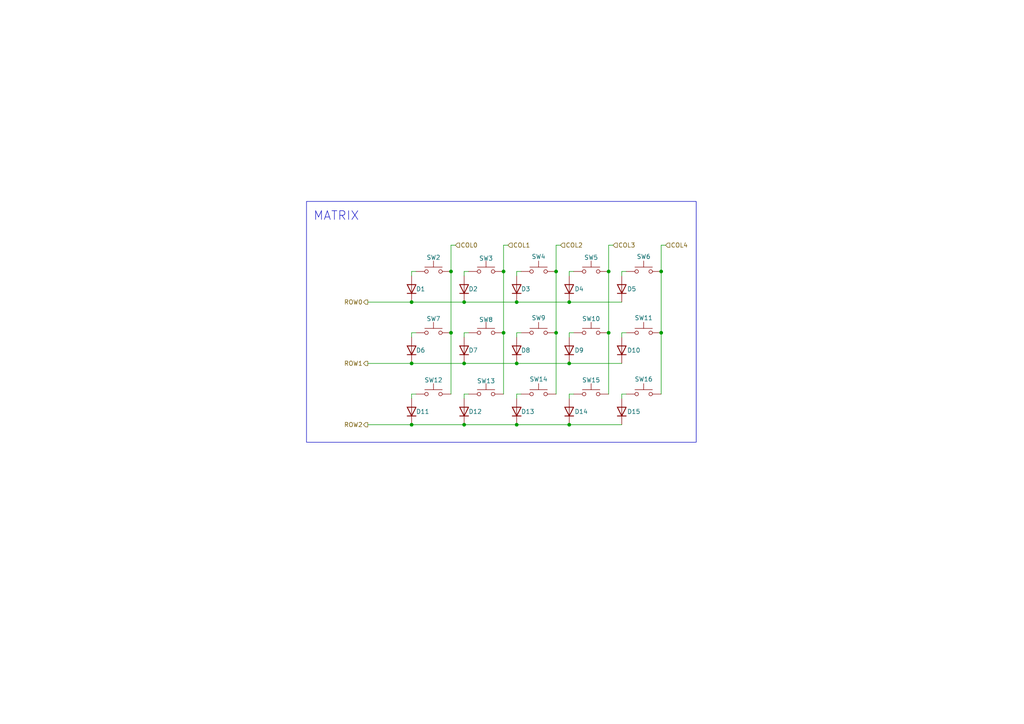
<source format=kicad_sch>
(kicad_sch (version 20231120) (generator "eeschema") (generator_version "8.0")
  (paper "A4")
  (lib_symbols
    (symbol "Device:D" (pin_numbers hide) (pin_names (offset 1.016) hide)
      (property "Reference" "D" (at 0 2.54 0))
      (property "Value" "D" (at 0 -2.54 0))
      (symbol "D_0_1"
        (polyline (pts (xy -1.27 1.27) (xy -1.27 -1.27)) (stroke (width 0.254)))
        (polyline (pts (xy 1.27 0) (xy -1.27 0)))
        (polyline (pts (xy 1.27 1.27) (xy 1.27 -1.27) (xy -1.27 0) (xy 1.27 1.27)) (stroke (width 0.254)))
      )
      (symbol "D_1_1"
        (pin passive line (at -3.81 0 0) (length 2.54) (name "K") (number "1"))
        (pin passive line (at 3.81 0 180) (length 2.54) (name "A") (number "2"))
      )
    )
    (symbol "Switch:SW_Push" (pin_numbers hide) (pin_names (offset 1.016) hide)
      (property "Reference" "SW" (at 1.27 2.54 0))
      (property "Value" "SW_Push" (at 0 -1.524 0))
      (symbol "SW_Push_0_1"
        (circle (center -2.032 0) (radius 0.508))
        (polyline (pts (xy 0 1.27) (xy 0 3.048)))
        (polyline (pts (xy 2.54 1.27) (xy -2.54 1.27)))
        (circle (center 2.032 0) (radius 0.508))
        (pin passive line (at -5.08 0 0) (length 2.54) (name "1") (number "1"))
        (pin passive line (at 5.08 0 180) (length 2.54) (name "2") (number "2"))
      )
    )
  )
  (junction (at 161.29 78.74))
  (junction (at 146.05 96.52))
  (junction (at 119.38 123.19))
  (junction (at 130.81 78.74))
  (junction (at 165.1 105.41))
  (junction (at 165.1 123.19))
  (junction (at 161.29 96.52))
  (junction (at 191.77 96.52))
  (junction (at 130.81 96.52))
  (junction (at 149.86 105.41))
  (junction (at 134.62 123.19))
  (junction (at 134.62 87.63))
  (junction (at 146.05 78.74))
  (junction (at 176.53 96.52))
  (junction (at 149.86 87.63))
  (junction (at 119.38 105.41))
  (junction (at 165.1 87.63))
  (junction (at 149.86 123.19))
  (junction (at 119.38 87.63))
  (junction (at 134.62 105.41))
  (junction (at 191.77 78.74))
  (junction (at 176.53 78.74))
  (wire (pts (xy 161.29 71.12) (xy 162.56 71.12)))
  (wire (pts (xy 119.38 105.41) (xy 134.62 105.41)))
  (wire (pts (xy 180.34 114.3) (xy 181.61 114.3)))
  (wire (pts (xy 176.53 71.12) (xy 176.53 78.74)))
  (wire (pts (xy 119.38 115.57) (xy 119.38 114.3)))
  (wire (pts (xy 130.81 96.52) (xy 130.81 114.3)))
  (wire (pts (xy 106.68 123.19) (xy 119.38 123.19)))
  (wire (pts (xy 191.77 71.12) (xy 191.77 78.74)))
  (wire (pts (xy 180.34 96.52) (xy 181.61 96.52)))
  (wire (pts (xy 149.86 114.3) (xy 151.13 114.3)))
  (wire (pts (xy 165.1 123.19) (xy 180.34 123.19)))
  (wire (pts (xy 180.34 80.01) (xy 180.34 78.74)))
  (wire (pts (xy 165.1 97.79) (xy 165.1 96.52)))
  (wire (pts (xy 180.34 78.74) (xy 181.61 78.74)))
  (wire (pts (xy 146.05 78.74) (xy 146.05 96.52)))
  (wire (pts (xy 119.38 114.3) (xy 120.65 114.3)))
  (wire (pts (xy 149.86 97.79) (xy 149.86 96.52)))
  (wire (pts (xy 134.62 115.57) (xy 134.62 114.3)))
  (wire (pts (xy 119.38 80.01) (xy 119.38 78.74)))
  (wire (pts (xy 134.62 123.19) (xy 149.86 123.19)))
  (wire (pts (xy 130.81 71.12) (xy 130.81 78.74)))
  (wire (pts (xy 119.38 87.63) (xy 134.62 87.63)))
  (wire (pts (xy 134.62 114.3) (xy 135.89 114.3)))
  (wire (pts (xy 176.53 96.52) (xy 176.53 114.3)))
  (wire (pts (xy 119.38 78.74) (xy 120.65 78.74)))
  (wire (pts (xy 106.68 105.41) (xy 119.38 105.41)))
  (wire (pts (xy 134.62 87.63) (xy 149.86 87.63)))
  (wire (pts (xy 149.86 80.01) (xy 149.86 78.74)))
  (wire (pts (xy 134.62 96.52) (xy 135.89 96.52)))
  (wire (pts (xy 165.1 96.52) (xy 166.37 96.52)))
  (wire (pts (xy 134.62 80.01) (xy 134.62 78.74)))
  (wire (pts (xy 165.1 80.01) (xy 165.1 78.74)))
  (wire (pts (xy 149.86 115.57) (xy 149.86 114.3)))
  (wire (pts (xy 149.86 78.74) (xy 151.13 78.74)))
  (wire (pts (xy 146.05 96.52) (xy 146.05 114.3)))
  (wire (pts (xy 134.62 78.74) (xy 135.89 78.74)))
  (wire (pts (xy 191.77 78.74) (xy 191.77 96.52)))
  (wire (pts (xy 130.81 78.74) (xy 130.81 96.52)))
  (wire (pts (xy 134.62 105.41) (xy 149.86 105.41)))
  (wire (pts (xy 134.62 97.79) (xy 134.62 96.52)))
  (wire (pts (xy 149.86 87.63) (xy 165.1 87.63)))
  (wire (pts (xy 161.29 71.12) (xy 161.29 78.74)))
  (wire (pts (xy 119.38 96.52) (xy 120.65 96.52)))
  (wire (pts (xy 149.86 96.52) (xy 151.13 96.52)))
  (wire (pts (xy 180.34 115.57) (xy 180.34 114.3)))
  (wire (pts (xy 176.53 71.12) (xy 177.8 71.12)))
  (wire (pts (xy 191.77 96.52) (xy 191.77 114.3)))
  (wire (pts (xy 176.53 78.74) (xy 176.53 96.52)))
  (wire (pts (xy 146.05 71.12) (xy 146.05 78.74)))
  (wire (pts (xy 165.1 115.57) (xy 165.1 114.3)))
  (wire (pts (xy 165.1 78.74) (xy 166.37 78.74)))
  (wire (pts (xy 146.05 71.12) (xy 147.32 71.12)))
  (wire (pts (xy 161.29 78.74) (xy 161.29 96.52)))
  (wire (pts (xy 191.77 71.12) (xy 193.04 71.12)))
  (wire (pts (xy 165.1 114.3) (xy 166.37 114.3)))
  (wire (pts (xy 165.1 105.41) (xy 180.34 105.41)))
  (wire (pts (xy 180.34 97.79) (xy 180.34 96.52)))
  (wire (pts (xy 149.86 123.19) (xy 165.1 123.19)))
  (wire (pts (xy 130.81 71.12) (xy 132.08 71.12)))
  (wire (pts (xy 119.38 123.19) (xy 134.62 123.19)))
  (wire (pts (xy 119.38 97.79) (xy 119.38 96.52)))
  (wire (pts (xy 149.86 105.41) (xy 165.1 105.41)))
  (wire (pts (xy 106.68 87.63) (xy 119.38 87.63)))
  (wire (pts (xy 161.29 96.52) (xy 161.29 114.3)))
  (wire (pts (xy 165.1 87.63) (xy 180.34 87.63)))
  (rectangle (start 88.9 58.42) (end 201.93 128.27))
  (text "MATRIX" (at 97.536 62.738 0) (effects (font (size 2.54 2.54))))
  (hierarchical_label "COL4" (shape input) (at 193.04 71.12 0))
  (hierarchical_label "COL3" (shape input) (at 177.8 71.12 0))
  (hierarchical_label "ROW0" (shape output) (at 106.68 87.63 180))
  (hierarchical_label "ROW1" (shape output) (at 106.68 105.41 180))
  (hierarchical_label "COL0" (shape input) (at 132.08 71.12 0))
  (hierarchical_label "COL2" (shape input) (at 162.56 71.12 0))
  (hierarchical_label "ROW2" (shape output) (at 106.68 123.19 180))
  (hierarchical_label "COL1" (shape input) (at 147.32 71.12 0))
  (symbol (lib_id "Device:D") (at 165.1 119.38 90) (unit 1)
    (property "Reference" "D14" (at 166.624 119.38 90) (effects (justify right)))
    (property "Value" "D" (effects (hide yes)))
    (property "Description" "Diode" (effects (hide yes)))
    (property "Sim.Device" "D" (effects (hide yes)))
    (property "Sim.Pins" "1=K 2=A" (effects (hide yes)))
  )
  (symbol (lib_id "Device:D") (at 149.86 119.38 90) (unit 1)
    (property "Reference" "D13" (at 151.13 119.38 90) (effects (justify right)))
    (property "Value" "D" (effects (hide yes)))
    (property "Description" "Diode" (effects (hide yes)))
    (property "Sim.Device" "D" (effects (hide yes)))
    (property "Sim.Pins" "1=K 2=A" (effects (hide yes)))
  )
  (symbol (lib_id "Device:D") (at 165.1 83.82 90) (unit 1)
    (property "Reference" "D4" (at 166.624 83.82 90) (effects (justify right)))
    (property "Value" "D" (effects (hide yes)))
    (property "Description" "Diode" (effects (hide yes)))
    (property "Sim.Device" "D" (effects (hide yes)))
    (property "Sim.Pins" "1=K 2=A" (effects (hide yes)))
  )
  (symbol (lib_id "Switch:SW_Push") (at 125.73 96.52 0) (unit 1)
    (property "Reference" "SW7" (at 125.73 92.456 0))
    (property "Value" "SW_Push" (effects (hide yes)))
    (property "Description" "Push button switch, generic, two pins" (effects (hide yes)))
  )
  (symbol (lib_id "Device:D") (at 149.86 101.6 90) (unit 1)
    (property "Reference" "D8" (at 151.13 101.6 90) (effects (justify right)))
    (property "Value" "D" (effects (hide yes)))
    (property "Description" "Diode" (effects (hide yes)))
    (property "Sim.Device" "D" (effects (hide yes)))
    (property "Sim.Pins" "1=K 2=A" (effects (hide yes)))
  )
  (symbol (lib_id "Switch:SW_Push") (at 186.69 114.3 0) (unit 1)
    (property "Reference" "SW16" (at 186.69 109.982 0))
    (property "Value" "SW_Push" (effects (hide yes)))
    (property "Description" "Push button switch, generic, two pins" (effects (hide yes)))
  )
  (symbol (lib_id "Device:D") (at 134.62 119.38 90) (unit 1)
    (property "Reference" "D12" (at 135.89 119.38 90) (effects (justify right)))
    (property "Value" "D" (effects (hide yes)))
    (property "Description" "Diode" (effects (hide yes)))
    (property "Sim.Device" "D" (effects (hide yes)))
    (property "Sim.Pins" "1=K 2=A" (effects (hide yes)))
  )
  (symbol (lib_id "Switch:SW_Push") (at 140.97 114.3 0) (unit 1)
    (property "Reference" "SW13" (at 140.97 110.49 0))
    (property "Value" "SW_Push" (effects (hide yes)))
    (property "Description" "Push button switch, generic, two pins" (effects (hide yes)))
  )
  (symbol (lib_id "Switch:SW_Push") (at 156.21 114.3 0) (unit 1)
    (property "Reference" "SW14" (at 156.21 109.982 0))
    (property "Value" "SW_Push" (effects (hide yes)))
    (property "Description" "Push button switch, generic, two pins" (effects (hide yes)))
  )
  (symbol (lib_id "Device:D") (at 180.34 83.82 90) (unit 1)
    (property "Reference" "D5" (at 181.864 83.82 90) (effects (justify right)))
    (property "Value" "D" (effects (hide yes)))
    (property "Description" "Diode" (effects (hide yes)))
    (property "Sim.Device" "D" (effects (hide yes)))
    (property "Sim.Pins" "1=K 2=A" (effects (hide yes)))
  )
  (symbol (lib_id "Device:D") (at 134.62 83.82 90) (unit 1)
    (property "Reference" "D2" (at 135.89 83.82 90) (effects (justify right)))
    (property "Value" "D" (effects (hide yes)))
    (property "Description" "Diode" (effects (hide yes)))
    (property "Sim.Device" "D" (effects (hide yes)))
    (property "Sim.Pins" "1=K 2=A" (effects (hide yes)))
  )
  (symbol (lib_id "Switch:SW_Push") (at 171.45 78.74 0) (unit 1)
    (property "Reference" "SW5" (at 171.45 74.676 0))
    (property "Value" "SW_Push" (effects (hide yes)))
    (property "Description" "Push button switch, generic, two pins" (effects (hide yes)))
  )
  (symbol (lib_id "Device:D") (at 165.1 101.6 90) (unit 1)
    (property "Reference" "D9" (at 166.624 101.6 90) (effects (justify right)))
    (property "Value" "D" (effects (hide yes)))
    (property "Description" "Diode" (effects (hide yes)))
    (property "Sim.Device" "D" (effects (hide yes)))
    (property "Sim.Pins" "1=K 2=A" (effects (hide yes)))
  )
  (symbol (lib_id "Switch:SW_Push") (at 186.69 78.74 0) (unit 1)
    (property "Reference" "SW6" (at 186.69 74.422 0))
    (property "Value" "SW_Push" (effects (hide yes)))
    (property "Description" "Push button switch, generic, two pins" (effects (hide yes)))
  )
  (symbol (lib_id "Device:D") (at 180.34 101.6 90) (unit 1)
    (property "Reference" "D10" (at 181.864 101.6 90) (effects (justify right)))
    (property "Value" "D" (effects (hide yes)))
    (property "Description" "Diode" (effects (hide yes)))
    (property "Sim.Device" "D" (effects (hide yes)))
    (property "Sim.Pins" "1=K 2=A" (effects (hide yes)))
  )
  (symbol (lib_id "Switch:SW_Push") (at 125.73 78.74 0) (unit 1)
    (property "Reference" "SW2" (at 125.73 74.676 0))
    (property "Value" "SW_Push" (effects (hide yes)))
    (property "Description" "Push button switch, generic, two pins" (effects (hide yes)))
  )
  (symbol (lib_id "Device:D") (at 134.62 101.6 90) (unit 1)
    (property "Reference" "D7" (at 135.89 101.6 90) (effects (justify right)))
    (property "Value" "D" (effects (hide yes)))
    (property "Description" "Diode" (effects (hide yes)))
    (property "Sim.Device" "D" (effects (hide yes)))
    (property "Sim.Pins" "1=K 2=A" (effects (hide yes)))
  )
  (symbol (lib_id "Switch:SW_Push") (at 125.73 114.3 0) (unit 1)
    (property "Reference" "SW12" (at 125.73 110.236 0))
    (property "Value" "SW_Push" (effects (hide yes)))
    (property "Description" "Push button switch, generic, two pins" (effects (hide yes)))
  )
  (symbol (lib_id "Device:D") (at 149.86 83.82 90) (unit 1)
    (property "Reference" "D3" (at 151.13 83.82 90) (effects (justify right)))
    (property "Value" "D" (effects (hide yes)))
    (property "Description" "Diode" (effects (hide yes)))
    (property "Sim.Device" "D" (effects (hide yes)))
    (property "Sim.Pins" "1=K 2=A" (effects (hide yes)))
  )
  (symbol (lib_id "Device:D") (at 119.38 119.38 90) (unit 1)
    (property "Reference" "D11" (at 120.65 119.38 90) (effects (justify right)))
    (property "Value" "D" (effects (hide yes)))
    (property "Description" "Diode" (effects (hide yes)))
    (property "Sim.Device" "D" (effects (hide yes)))
    (property "Sim.Pins" "1=K 2=A" (effects (hide yes)))
  )
  (symbol (lib_id "Switch:SW_Push") (at 156.21 96.52 0) (unit 1)
    (property "Reference" "SW9" (at 156.21 92.202 0))
    (property "Value" "SW_Push" (effects (hide yes)))
    (property "Description" "Push button switch, generic, two pins" (effects (hide yes)))
  )
  (symbol (lib_id "Switch:SW_Push") (at 171.45 114.3 0) (unit 1)
    (property "Reference" "SW15" (at 171.45 110.236 0))
    (property "Value" "SW_Push" (effects (hide yes)))
    (property "Description" "Push button switch, generic, two pins" (effects (hide yes)))
  )
  (symbol (lib_id "Switch:SW_Push") (at 140.97 96.52 0) (unit 1)
    (property "Reference" "SW8" (at 140.97 92.71 0))
    (property "Value" "SW_Push" (effects (hide yes)))
    (property "Description" "Push button switch, generic, two pins" (effects (hide yes)))
  )
  (symbol (lib_id "Switch:SW_Push") (at 171.45 96.52 0) (unit 1)
    (property "Reference" "SW10" (at 171.45 92.456 0))
    (property "Value" "SW_Push" (effects (hide yes)))
    (property "Description" "Push button switch, generic, two pins" (effects (hide yes)))
  )
  (symbol (lib_id "Switch:SW_Push") (at 186.69 96.52 0) (unit 1)
    (property "Reference" "SW11" (at 186.69 92.202 0))
    (property "Value" "SW_Push" (effects (hide yes)))
    (property "Description" "Push button switch, generic, two pins" (effects (hide yes)))
  )
  (symbol (lib_id "Device:D") (at 119.38 101.6 90) (unit 1)
    (property "Reference" "D6" (at 120.65 101.6 90) (effects (justify right)))
    (property "Value" "D" (effects (hide yes)))
    (property "Description" "Diode" (effects (hide yes)))
    (property "Sim.Device" "D" (effects (hide yes)))
    (property "Sim.Pins" "1=K 2=A" (effects (hide yes)))
  )
  (symbol (lib_id "Switch:SW_Push") (at 140.97 78.74 0) (unit 1)
    (property "Reference" "SW3" (at 140.97 74.93 0))
    (property "Value" "SW_Push" (effects (hide yes)))
    (property "Description" "Push button switch, generic, two pins" (effects (hide yes)))
  )
  (symbol (lib_id "Device:D") (at 119.38 83.82 90) (unit 1)
    (property "Reference" "D1" (at 120.65 83.82 90) (effects (justify right)))
    (property "Value" "D" (effects (hide yes)))
    (property "Description" "Diode" (effects (hide yes)))
    (property "Sim.Device" "D" (effects (hide yes)))
    (property "Sim.Pins" "1=K 2=A" (effects (hide yes)))
  )
  (symbol (lib_id "Device:D") (at 180.34 119.38 90) (unit 1)
    (property "Reference" "D15" (at 181.864 119.38 90) (effects (justify right)))
    (property "Value" "D" (effects (hide yes)))
    (property "Description" "Diode" (effects (hide yes)))
    (property "Sim.Device" "D" (effects (hide yes)))
    (property "Sim.Pins" "1=K 2=A" (effects (hide yes)))
  )
  (symbol (lib_id "Switch:SW_Push") (at 156.21 78.74 0) (unit 1)
    (property "Reference" "SW4" (at 156.21 74.422 0))
    (property "Value" "SW_Push" (effects (hide yes)))
    (property "Description" "Push button switch, generic, two pins" (effects (hide yes)))
  )
)
</source>
